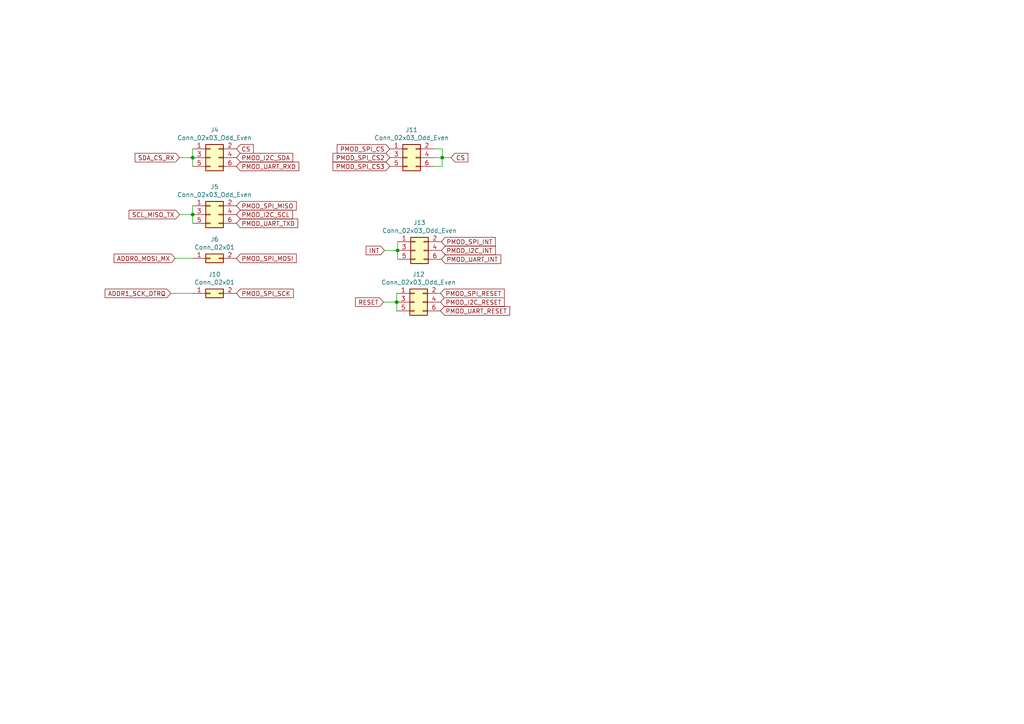
<source format=kicad_sch>
(kicad_sch (version 20211123) (generator eeschema)
  (paper "A4")
  (lib_symbols
    (symbol "Connector_Generic:Conn_02x01" (pin_names (offset 1.016) hide)
      (property "Reference" "J" (at 1.27 2.54 0))
      (property "Value" "Conn_02x01" (at 1.27 -2.54 0))
      (symbol "Conn_02x01_1_1"
        (rectangle (start -1.27 0.127) (end 0 -0.127) (stroke (width 0.1524)))
        (rectangle (start -1.27 1.27) (end 3.81 -1.27) (stroke (width 0.254)) (fill (type background)))
        (rectangle (start 3.81 0.127) (end 2.54 -0.127) (stroke (width 0.1524)))
        (pin passive line (at -5.08 0 0) (length 3.81) (name "Pin_1") (number "1"))
        (pin passive line (at 7.62 0 180) (length 3.81) (name "Pin_2") (number "2"))
      )
    )
    (symbol "Connector_Generic:Conn_02x03_Odd_Even" (pin_names (offset 1.016) hide)
      (property "Reference" "J" (at 1.27 5.08 0))
      (property "Value" "Conn_02x03_Odd_Even" (at 1.27 -5.08 0))
      (symbol "Conn_02x03_Odd_Even_1_1"
        (rectangle (start -1.27 -2.413) (end 0 -2.667) (stroke (width 0.1524)))
        (rectangle (start -1.27 0.127) (end 0 -0.127) (stroke (width 0.1524)))
        (rectangle (start -1.27 2.667) (end 0 2.413) (stroke (width 0.1524)))
        (rectangle (start -1.27 3.81) (end 3.81 -3.81) (stroke (width 0.254)) (fill (type background)))
        (rectangle (start 3.81 -2.413) (end 2.54 -2.667) (stroke (width 0.1524)))
        (rectangle (start 3.81 0.127) (end 2.54 -0.127) (stroke (width 0.1524)))
        (rectangle (start 3.81 2.667) (end 2.54 2.413) (stroke (width 0.1524)))
        (pin passive line (at -5.08 2.54 0) (length 3.81) (name "Pin_1") (number "1"))
        (pin passive line (at 7.62 2.54 180) (length 3.81) (name "Pin_2") (number "2"))
        (pin passive line (at -5.08 0 0) (length 3.81) (name "Pin_3") (number "3"))
        (pin passive line (at 7.62 0 180) (length 3.81) (name "Pin_4") (number "4"))
        (pin passive line (at -5.08 -2.54 0) (length 3.81) (name "Pin_5") (number "5"))
        (pin passive line (at 7.62 -2.54 180) (length 3.81) (name "Pin_6") (number "6"))
      )
    )
  )
  (junction (at 115.062 87.63))
  (junction (at 115.316 72.644))
  (junction (at 128.27 45.72))
  (junction (at 55.88 45.72))
  (junction (at 55.88 62.23))
  (wire (pts (xy 55.88 85.09) (xy 49.53 85.09)))
  (wire (pts (xy 128.27 48.26) (xy 128.27 45.72)))
  (wire (pts (xy 111.252 87.63) (xy 115.062 87.63)))
  (wire (pts (xy 128.27 45.72) (xy 125.73 45.72)))
  (wire (pts (xy 125.73 43.18) (xy 128.27 43.18)))
  (wire (pts (xy 50.8 74.93) (xy 55.88 74.93)))
  (wire (pts (xy 115.316 70.104) (xy 115.316 72.644)))
  (wire (pts (xy 55.88 48.26) (xy 55.88 45.72)))
  (wire (pts (xy 52.07 45.72) (xy 55.88 45.72)))
  (wire (pts (xy 52.07 62.23) (xy 55.88 62.23)))
  (wire (pts (xy 115.062 85.09) (xy 115.062 87.63)))
  (wire (pts (xy 55.88 59.69) (xy 55.88 62.23)))
  (wire (pts (xy 115.316 75.184) (xy 115.316 72.644)))
  (wire (pts (xy 111.506 72.644) (xy 115.316 72.644)))
  (wire (pts (xy 115.062 90.17) (xy 115.062 87.63)))
  (wire (pts (xy 55.88 43.18) (xy 55.88 45.72)))
  (wire (pts (xy 125.73 48.26) (xy 128.27 48.26)))
  (wire (pts (xy 128.27 45.72) (xy 130.81 45.72)))
  (wire (pts (xy 55.88 64.77) (xy 55.88 62.23)))
  (wire (pts (xy 128.27 43.18) (xy 128.27 45.72)))
  (global_label "PMOD_UART_RESET" (shape input) (at 127.762 90.17 0) (property "Intersheet-verwijzingen" "${INTERSHEET_REFS}" (effects hide)))
  (global_label "ADDR0_MOSI_MX" (shape input) (at 50.8 74.93 180) (property "Intersheet-verwijzingen" "${INTERSHEET_REFS}" (effects hide)))
  (global_label "PMOD_SPI_INT" (shape input) (at 128.016 70.104 0) (property "Intersheet-verwijzingen" "${INTERSHEET_REFS}" (effects hide)))
  (global_label "PMOD_UART_INT" (shape input) (at 128.016 75.184 0) (property "Intersheet-verwijzingen" "${INTERSHEET_REFS}" (effects hide)))
  (global_label "CS" (shape input) (at 130.81 45.72 0) (property "Intersheet-verwijzingen" "${INTERSHEET_REFS}" (effects hide)))
  (global_label "SDA_CS_RX" (shape input) (at 52.07 45.72 180) (property "Intersheet-verwijzingen" "${INTERSHEET_REFS}" (effects hide)))
  (global_label "PMOD_UART_RXD" (shape input) (at 68.58 48.26 0) (property "Intersheet-verwijzingen" "${INTERSHEET_REFS}" (effects hide)))
  (global_label "INT" (shape input) (at 111.506 72.644 180) (property "Intersheet-verwijzingen" "${INTERSHEET_REFS}" (effects hide)))
  (global_label "PMOD_I2C_SDA" (shape input) (at 68.58 45.72 0) (property "Intersheet-verwijzingen" "${INTERSHEET_REFS}" (effects hide)))
  (global_label "PMOD_I2C_SCL" (shape input) (at 68.58 62.23 0) (property "Intersheet-verwijzingen" "${INTERSHEET_REFS}" (effects hide)))
  (global_label "PMOD_I2C_RESET" (shape input) (at 127.762 87.63 0) (property "Intersheet-verwijzingen" "${INTERSHEET_REFS}" (effects hide)))
  (global_label "PMOD_SPI_RESET" (shape input) (at 127.762 85.09 0) (property "Intersheet-verwijzingen" "${INTERSHEET_REFS}" (effects hide)))
  (global_label "SCL_MISO_TX" (shape input) (at 52.07 62.23 180) (property "Intersheet-verwijzingen" "${INTERSHEET_REFS}" (effects hide)))
  (global_label "PMOD_SPI_SCK" (shape input) (at 68.58 85.09 0) (property "Intersheet-verwijzingen" "${INTERSHEET_REFS}" (effects hide)))
  (global_label "PMOD_SPI_MOSI" (shape input) (at 68.58 74.93 0) (property "Intersheet-verwijzingen" "${INTERSHEET_REFS}" (effects hide)))
  (global_label "ADDR1_SCK_DTRQ" (shape input) (at 49.53 85.09 180) (property "Intersheet-verwijzingen" "${INTERSHEET_REFS}" (effects hide)))
  (global_label "PMOD_UART_TXD" (shape input) (at 68.58 64.77 0) (property "Intersheet-verwijzingen" "${INTERSHEET_REFS}" (effects hide)))
  (global_label "PMOD_SPI_CS3" (shape input) (at 113.03 48.26 180) (property "Intersheet-verwijzingen" "${INTERSHEET_REFS}" (effects hide)))
  (global_label "PMOD_SPI_CS2" (shape input) (at 113.03 45.72 180) (property "Intersheet-verwijzingen" "${INTERSHEET_REFS}" (effects hide)))
  (global_label "RESET" (shape input) (at 111.252 87.63 180) (property "Intersheet-verwijzingen" "${INTERSHEET_REFS}" (effects hide)))
  (global_label "PMOD_I2C_INT" (shape input) (at 128.016 72.644 0) (property "Intersheet-verwijzingen" "${INTERSHEET_REFS}" (effects hide)))
  (global_label "PMOD_SPI_CS" (shape input) (at 113.03 43.18 180) (property "Intersheet-verwijzingen" "${INTERSHEET_REFS}" (effects hide)))
  (global_label "CS" (shape input) (at 68.58 43.18 0) (property "Intersheet-verwijzingen" "${INTERSHEET_REFS}" (effects hide)))
  (global_label "PMOD_SPI_MISO" (shape input) (at 68.58 59.69 0) (property "Intersheet-verwijzingen" "${INTERSHEET_REFS}" (effects hide)))
  (symbol (lib_id "Connector_Generic:Conn_02x03_Odd_Even") (at 118.11 45.72 0) (unit 1)
    (property "Reference" "J11" (at 119.38 37.6682 0))
    (property "Value" "Conn_02x03_Odd_Even" (at 119.38 39.9796 0))
    (property "Footprint" "Connector_PinHeader_2.54mm:PinHeader_2x03_P2.54mm_Vertical" (effects hide))
  )
  (symbol (lib_id "Connector_Generic:Conn_02x03_Odd_Even") (at 60.96 45.72 0) (unit 1)
    (property "Reference" "J4" (at 62.23 37.6682 0))
    (property "Value" "Conn_02x03_Odd_Even" (at 62.23 39.9796 0))
    (property "Footprint" "Connector_PinHeader_2.54mm:PinHeader_2x03_P2.54mm_Vertical" (effects hide))
  )
  (symbol (lib_id "Connector_Generic:Conn_02x03_Odd_Even") (at 60.96 62.23 0) (unit 1)
    (property "Reference" "J5" (at 62.23 54.1782 0))
    (property "Value" "Conn_02x03_Odd_Even" (at 62.23 56.4896 0))
    (property "Footprint" "Connector_PinHeader_2.54mm:PinHeader_2x03_P2.54mm_Vertical" (effects hide))
  )
  (symbol (lib_id "Connector_Generic:Conn_02x01") (at 60.96 74.93 0) (unit 1)
    (property "Reference" "J6" (at 62.23 69.4182 0))
    (property "Value" "Conn_02x01" (at 62.23 71.7296 0))
    (property "Footprint" "Connector_PinHeader_2.54mm:PinHeader_1x02_P2.54mm_Vertical" (effects hide))
  )
  (symbol (lib_id "Connector_Generic:Conn_02x01") (at 60.96 85.09 0) (unit 1)
    (property "Reference" "J10" (at 62.23 79.5782 0))
    (property "Value" "Conn_02x01" (at 62.23 81.8896 0))
    (property "Footprint" "Connector_PinHeader_2.54mm:PinHeader_1x02_P2.54mm_Vertical" (effects hide))
  )
  (symbol (lib_id "Connector_Generic:Conn_02x03_Odd_Even") (at 120.396 72.644 0) (unit 1)
    (property "Reference" "J13" (at 121.666 64.5922 0))
    (property "Value" "Conn_02x03_Odd_Even" (at 121.666 66.9036 0))
    (property "Footprint" "Connector_PinHeader_2.54mm:PinHeader_2x03_P2.54mm_Vertical" (effects hide))
  )
  (symbol (lib_id "Connector_Generic:Conn_02x03_Odd_Even") (at 120.142 87.63 0) (unit 1)
    (property "Reference" "J12" (at 121.412 79.5782 0))
    (property "Value" "Conn_02x03_Odd_Even" (at 121.412 81.8896 0))
    (property "Footprint" "Connector_PinHeader_2.54mm:PinHeader_2x03_P2.54mm_Vertical" (effects hide))
  )
)
</source>
